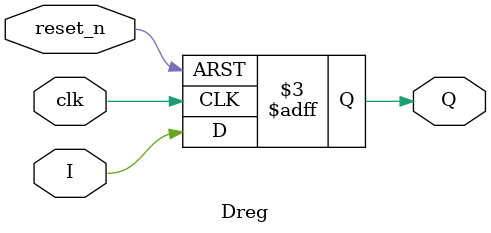
<source format=v>

module Dreg(
  input      clk,
  input      reset_n,
  input      I,
  output reg Q
  );
begin
   always @(posedge clk or negedge reset_n)
      if (!reset_n)
         Q <= #1 1'b0;
      else
         Q <= #1 I;
end
endmodule // Dreg 

</source>
